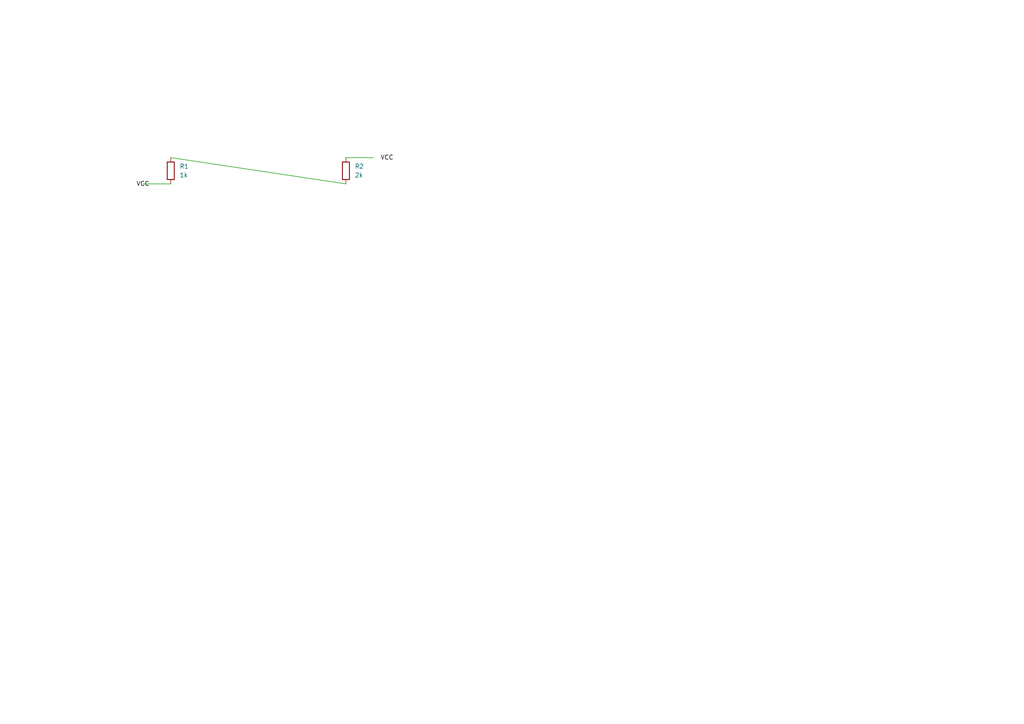
<source format=kicad_sch>
(kicad_sch (version 20250114) (generator "eeschema") (generator_version "9.0")
  (paper "A4")
  (title_block (title "Simple Demo"))
  (lib_symbols
    (symbol "Device:R" (pin_numbers (hide yes)) (pin_names (offset 0))
      (property "Reference" "R" (at 2.032 0 90))
      (property "Value" "R" (at 0 0 90))
      (symbol "R_0_1"
        (rectangle (start -1.016 -2.54) (end 1.016 2.54) (stroke (width 0.254)))
      )
      (symbol "R_1_1"
        (pin passive line (at 0 3.81 270) (length 1.27) (name "~") (number "1"))
        (pin passive line (at 0 -3.81 90) (length 1.27) (name "~") (number "2"))
      )
    )
  )
  (symbol (lib_id "Device:R") (at 49.53 49.53 0) (unit 1)
    (property "Reference" "R1" (at 52.07 48.2599 0) (effects (justify left)))
    (property "Value" "1k" (at 52.07 50.7999 0) (effects (justify left)))
  )
  (symbol (lib_id "Device:R") (at 100.33 49.53 0) (unit 1)
    (property "Reference" "R2" (at 102.87 48.2599 0) (effects (justify left)))
    (property "Value" "2k" (at 102.87 50.7999 0) (effects (justify left)))
  )
  (wire (pts (xy 49.53 45.72) (xy 100.33 53.34)))
  (wire (pts (xy 49.53 53.34) (xy 41.53 53.34)))
  (wire (pts (xy 100.33 45.72) (xy 108.33 45.72)))
  (label "VCC" (at 39.53 54.34 0.0000))
  (label "VCC" (at 110.33 46.72 0.0000))
)
</source>
